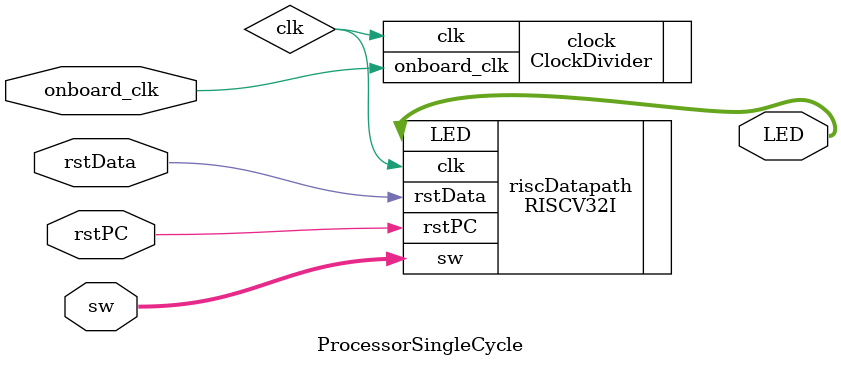
<source format=sv>
`timescale 1ns / 1ps


module ProcessorSingleCycle(
    input logic onboard_clk, rstPC, rstData,
    input logic [3:0] sw,
    output logic [3:0] LED
    );

    logic clk;

    ClockDivider clock (
        .onboard_clk(onboard_clk),
        .clk(clk)
    );

    RISCV32I riscDatapath (
        .clk(clk),
        .rstPC(rstPC),
        .rstData(rstData),
        .sw(sw),
        .LED(LED)
    );

endmodule

</source>
